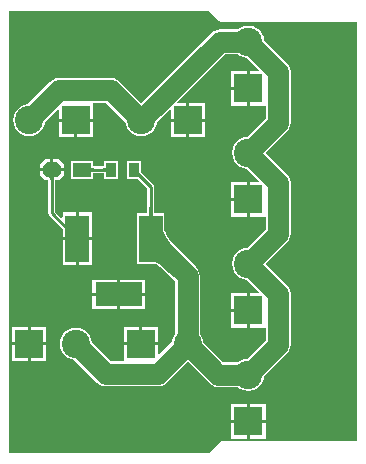
<source format=gtl>
G04*
G04 #@! TF.GenerationSoftware,Altium Limited,Altium Designer,18.1.9 (240)*
G04*
G04 Layer_Physical_Order=1*
G04 Layer_Color=255*
%FSLAX25Y25*%
%MOIN*%
G70*
G01*
G75*
%ADD10C,0.01000*%
%ADD13R,0.03500X0.05000*%
G04:AMPARAMS|DCode=14|XSize=60mil|YSize=50mil|CornerRadius=0mil|HoleSize=0mil|Usage=FLASHONLY|Rotation=180.000|XOffset=0mil|YOffset=0mil|HoleType=Round|Shape=Octagon|*
%AMOCTAGOND14*
4,1,8,-0.03000,0.01250,-0.03000,-0.01250,-0.01750,-0.02500,0.01750,-0.02500,0.03000,-0.01250,0.03000,0.01250,0.01750,0.02500,-0.01750,0.02500,-0.03000,0.01250,0.0*
%
%ADD14OCTAGOND14*%

%ADD15R,0.06000X0.05000*%
%ADD24C,0.07000*%
%ADD25R,0.09449X0.09449*%
%ADD26C,0.09449*%
%ADD27R,0.09449X0.09449*%
%ADD28R,0.07874X0.15748*%
%ADD29R,0.15748X0.07874*%
G36*
X462207Y330207D02*
X462207Y330207D01*
X462571Y329964D01*
X463000Y329878D01*
X463000Y329878D01*
X508378D01*
Y190122D01*
X463500D01*
X463071Y190036D01*
X462707Y189793D01*
X462707Y189793D01*
X459035Y186122D01*
X392122D01*
Y333379D01*
X459035D01*
X462207Y330207D01*
D02*
G37*
%LPC*%
G36*
X472000Y328587D02*
X470610Y328404D01*
X469315Y327868D01*
X468643Y327352D01*
X462500D01*
X462500Y327352D01*
X461430Y327211D01*
X460432Y326798D01*
X459576Y326141D01*
X459576Y326141D01*
X436283Y302848D01*
X429207Y309924D01*
X428351Y310581D01*
X427353Y310995D01*
X426283Y311135D01*
X426283Y311135D01*
X408910D01*
X408910Y311135D01*
X407839Y310995D01*
X406842Y310581D01*
X405985Y309924D01*
X405985Y309924D01*
X398359Y302298D01*
X397519Y302187D01*
X396224Y301651D01*
X395112Y300797D01*
X394259Y299685D01*
X393722Y298390D01*
X393539Y297000D01*
X393722Y295610D01*
X394259Y294315D01*
X395112Y293203D01*
X396224Y292349D01*
X397519Y291813D01*
X398909Y291630D01*
X400299Y291813D01*
X401595Y292349D01*
X402707Y293203D01*
X403560Y294315D01*
X404097Y295610D01*
X404207Y296450D01*
X408314Y300556D01*
X408776Y300364D01*
Y297500D01*
X414500D01*
X420224D01*
Y302724D01*
X420666Y302865D01*
X424570D01*
X430985Y296450D01*
X431096Y295610D01*
X431632Y294315D01*
X432486Y293203D01*
X433598Y292349D01*
X434893Y291813D01*
X436283Y291630D01*
X437673Y291813D01*
X438968Y292349D01*
X440081Y293203D01*
X440934Y294315D01*
X441471Y295610D01*
X441581Y296450D01*
X445687Y300556D01*
X446149Y300364D01*
Y297500D01*
X451374D01*
Y302724D01*
X448509D01*
X448318Y303186D01*
X464213Y319081D01*
X468643D01*
X469315Y318566D01*
X470610Y318029D01*
X471450Y317919D01*
X475556Y313813D01*
X475364Y313351D01*
X472500D01*
Y307626D01*
Y301902D01*
X477724D01*
X477865Y301460D01*
Y297930D01*
X471450Y291515D01*
X470610Y291404D01*
X469315Y290868D01*
X468203Y290014D01*
X467349Y288902D01*
X466813Y287607D01*
X466630Y286217D01*
X466813Y284827D01*
X467349Y283532D01*
X468203Y282419D01*
X469315Y281566D01*
X470610Y281029D01*
X471450Y280919D01*
X475556Y276813D01*
X475364Y276351D01*
X472500D01*
Y270626D01*
Y264902D01*
X477724D01*
X477865Y264460D01*
Y260930D01*
X471450Y254515D01*
X470610Y254404D01*
X469315Y253868D01*
X468203Y253014D01*
X467349Y251902D01*
X466813Y250607D01*
X466630Y249217D01*
X466813Y247827D01*
X467349Y246532D01*
X468203Y245419D01*
X469315Y244566D01*
X470610Y244029D01*
X471450Y243919D01*
X475556Y239813D01*
X475364Y239351D01*
X472500D01*
Y233626D01*
Y227902D01*
X477724D01*
X477865Y227460D01*
Y223930D01*
X471450Y217515D01*
X470610Y217404D01*
X469315Y216868D01*
X468643Y216352D01*
X463713D01*
X457015Y223050D01*
X456904Y223890D01*
X456368Y225185D01*
X455852Y225857D01*
Y245193D01*
X455711Y246263D01*
X455298Y247260D01*
X454641Y248117D01*
X454641Y248117D01*
X448798Y253960D01*
X448793Y253979D01*
X448764Y253995D01*
X448752Y254025D01*
X447553Y255274D01*
X446523Y256449D01*
X445654Y257557D01*
X444948Y258596D01*
X444402Y259563D01*
X444016Y260453D01*
X443947Y260695D01*
Y265974D01*
X440643D01*
X440578Y266832D01*
X440559Y267975D01*
X440531Y268039D01*
Y274831D01*
X440446Y275261D01*
X440203Y275624D01*
X440203Y275624D01*
X436681Y279146D01*
X436656Y279210D01*
X436532Y279340D01*
X436435Y279455D01*
X436351Y279564D01*
X436283Y279669D01*
X436228Y279767D01*
X436185Y279860D01*
X436154Y279947D01*
X436133Y280029D01*
X436121Y280106D01*
X436115Y280213D01*
X436091Y280264D01*
Y283600D01*
X431390D01*
Y277400D01*
X435181D01*
X435741Y276875D01*
X435804Y276851D01*
X438288Y274367D01*
Y268039D01*
X438260Y267975D01*
X438241Y266832D01*
X438175Y265974D01*
X434872D01*
Y249026D01*
X437453D01*
X437511Y249016D01*
X437526Y249026D01*
X441208D01*
X441297Y248974D01*
X442446Y248157D01*
X445220Y245773D01*
X446819Y244222D01*
X446852Y244209D01*
X447581Y243480D01*
Y225857D01*
X447066Y225185D01*
X446529Y223890D01*
X446419Y223050D01*
X442313Y218944D01*
X441851Y219135D01*
Y222000D01*
X436126D01*
Y222500D01*
D01*
Y222000D01*
X430402D01*
Y216776D01*
X429960Y216635D01*
X426213D01*
X419798Y223050D01*
X419687Y223890D01*
X419151Y225185D01*
X418297Y226297D01*
X417185Y227151D01*
X415890Y227687D01*
X414500Y227870D01*
X413110Y227687D01*
X411815Y227151D01*
X410703Y226297D01*
X409849Y225185D01*
X409313Y223890D01*
X409130Y222500D01*
X409313Y221110D01*
X409849Y219815D01*
X410703Y218703D01*
X411815Y217849D01*
X413110Y217313D01*
X413950Y217202D01*
X421576Y209576D01*
X421576Y209576D01*
X422432Y208919D01*
X423430Y208506D01*
X424500Y208365D01*
X424500Y208365D01*
X441717D01*
X441717Y208365D01*
X442787Y208506D01*
X443785Y208919D01*
X444641Y209576D01*
X451717Y216652D01*
X459076Y209293D01*
X459076Y209293D01*
X459932Y208635D01*
X460930Y208222D01*
X462000Y208081D01*
X462000Y208081D01*
X468643D01*
X469315Y207566D01*
X470610Y207029D01*
X472000Y206846D01*
X473390Y207029D01*
X474685Y207566D01*
X475797Y208419D01*
X476651Y209532D01*
X477187Y210827D01*
X477298Y211666D01*
X484924Y219293D01*
X484924Y219293D01*
X485581Y220149D01*
X485994Y221146D01*
X486135Y222217D01*
X486135Y222217D01*
Y239217D01*
X486135Y239217D01*
X485994Y240287D01*
X485581Y241284D01*
X484924Y242141D01*
X484924Y242141D01*
X477848Y249217D01*
X484924Y256293D01*
X484924Y256293D01*
X485581Y257149D01*
X485994Y258147D01*
X486135Y259217D01*
X486135Y259217D01*
Y276217D01*
X486135Y276217D01*
X485994Y277287D01*
X485581Y278285D01*
X484924Y279141D01*
X484924Y279141D01*
X477848Y286217D01*
X484924Y293293D01*
X484924Y293293D01*
X485581Y294149D01*
X485994Y295146D01*
X486135Y296217D01*
X486135Y296217D01*
Y313217D01*
X486135Y313217D01*
X485994Y314287D01*
X485581Y315284D01*
X484924Y316141D01*
X484924Y316141D01*
X477298Y323767D01*
X477187Y324607D01*
X476651Y325902D01*
X475797Y327014D01*
X474685Y327868D01*
X473390Y328404D01*
X472000Y328587D01*
D02*
G37*
G36*
X471500Y313351D02*
X466276D01*
Y308126D01*
X471500D01*
Y313351D01*
D02*
G37*
G36*
Y307126D02*
X466276D01*
Y301902D01*
X471500D01*
Y307126D01*
D02*
G37*
G36*
X457598Y302724D02*
X452374D01*
Y297500D01*
X457598D01*
Y302724D01*
D02*
G37*
G36*
Y296500D02*
X452374D01*
Y291276D01*
X457598D01*
Y296500D01*
D02*
G37*
G36*
X451374D02*
X446149D01*
Y291276D01*
X451374D01*
Y296500D01*
D02*
G37*
G36*
X420224Y296500D02*
X415000D01*
Y291276D01*
X420224D01*
Y296500D01*
D02*
G37*
G36*
X414000D02*
X408776D01*
Y291276D01*
X414000D01*
Y296500D01*
D02*
G37*
G36*
X428610Y283600D02*
X423910D01*
Y281685D01*
X423894Y281681D01*
X423800Y281665D01*
X423675Y281654D01*
X423505Y281649D01*
X423443Y281622D01*
X420567D01*
X420505Y281649D01*
X420332Y281654D01*
X420205Y281665D01*
X420108Y281681D01*
X420100Y281683D01*
Y283600D01*
X412900D01*
Y277400D01*
X420100D01*
Y279317D01*
X420108Y279320D01*
X420205Y279335D01*
X420332Y279347D01*
X420505Y279351D01*
X420567Y279379D01*
X423443D01*
X423505Y279351D01*
X423675Y279347D01*
X423800Y279336D01*
X423894Y279320D01*
X423910Y279316D01*
Y277400D01*
X428610D01*
Y283600D01*
D02*
G37*
G36*
X408750Y284000D02*
X407000D01*
Y281000D01*
X410500D01*
Y282250D01*
X408750Y284000D01*
D02*
G37*
G36*
X406000D02*
X404250D01*
X402500Y282250D01*
Y281000D01*
X406000D01*
Y284000D01*
D02*
G37*
G36*
X471500Y276351D02*
X466276D01*
Y271126D01*
X471500D01*
Y276351D01*
D02*
G37*
G36*
Y270126D02*
X466276D01*
Y264902D01*
X471500D01*
Y270126D01*
D02*
G37*
G36*
X419937Y266374D02*
X415500D01*
Y258000D01*
X419937D01*
Y266374D01*
D02*
G37*
G36*
X410500Y280000D02*
X406500D01*
X402500D01*
Y278750D01*
X404250Y277000D01*
X405351D01*
X405351Y276995D01*
X405378Y276933D01*
Y266000D01*
X405378Y266000D01*
X405464Y265571D01*
X405707Y265207D01*
X409873Y261041D01*
X409897Y260977D01*
X410022Y260846D01*
X410063Y260798D01*
Y258000D01*
X414500D01*
Y266374D01*
X410063D01*
Y264676D01*
X409601Y264485D01*
X407621Y266465D01*
Y276933D01*
X407649Y276995D01*
X407649Y277000D01*
X408750D01*
X410500Y278750D01*
Y280000D01*
D02*
G37*
G36*
X419937Y257000D02*
X415500D01*
Y248626D01*
X419937D01*
Y257000D01*
D02*
G37*
G36*
X414500D02*
X410063D01*
Y248626D01*
X414500D01*
Y257000D01*
D02*
G37*
G36*
X437653Y243933D02*
X429280D01*
Y239496D01*
X437653D01*
Y243933D01*
D02*
G37*
G36*
X428279D02*
X419906D01*
Y239496D01*
X428279D01*
Y243933D01*
D02*
G37*
G36*
X471500Y239351D02*
X466276D01*
Y234126D01*
X471500D01*
Y239351D01*
D02*
G37*
G36*
X437653Y238496D02*
X429280D01*
Y234059D01*
X437653D01*
Y238496D01*
D02*
G37*
G36*
X428279D02*
X419906D01*
Y234059D01*
X428279D01*
Y238496D01*
D02*
G37*
G36*
X471500Y233126D02*
X466276D01*
Y227902D01*
X471500D01*
Y233126D01*
D02*
G37*
G36*
X441851Y228224D02*
X436626D01*
Y223000D01*
X441851D01*
Y228224D01*
D02*
G37*
G36*
X435626D02*
X430402D01*
Y223000D01*
X435626D01*
Y228224D01*
D02*
G37*
G36*
X404634D02*
X399409D01*
Y223000D01*
X404634D01*
Y228224D01*
D02*
G37*
G36*
X398409D02*
X393185D01*
Y223000D01*
X398409D01*
Y228224D01*
D02*
G37*
G36*
X404634Y222000D02*
X399409D01*
Y216776D01*
X404634D01*
Y222000D01*
D02*
G37*
G36*
X398409D02*
X393185D01*
Y216776D01*
X398409D01*
Y222000D01*
D02*
G37*
G36*
X477724Y202351D02*
X472500D01*
Y197126D01*
X477724D01*
Y202351D01*
D02*
G37*
G36*
X471500D02*
X466276D01*
Y197126D01*
X471500D01*
Y202351D01*
D02*
G37*
G36*
X477724Y196126D02*
X472500D01*
Y190902D01*
X477724D01*
Y196126D01*
D02*
G37*
G36*
X471500D02*
X466276D01*
Y190902D01*
X471500D01*
Y196126D01*
D02*
G37*
%LPD*%
G36*
X435474Y280037D02*
X435497Y279896D01*
X435533Y279756D01*
X435583Y279615D01*
X435648Y279473D01*
X435727Y279332D01*
X435820Y279190D01*
X435928Y279048D01*
X436050Y278905D01*
X436186Y278762D01*
Y277348D01*
X435478Y278012D01*
X435466Y280176D01*
X435474Y280037D01*
D02*
G37*
G36*
X439929Y266802D02*
X440017Y265646D01*
X440034Y265603D01*
X440090Y265512D01*
X440154Y265441D01*
X440229Y265390D01*
X440314Y265360D01*
X440410Y265350D01*
X440039D01*
X440087Y264720D01*
X440226Y263800D01*
X440404Y262961D01*
X440621Y262202D01*
X440878Y261524D01*
X441174Y260926D01*
X441510Y260409D01*
X441839Y260028D01*
X443323Y263474D01*
X443105Y262754D01*
X443046Y261974D01*
X443145Y261134D01*
X443403Y260234D01*
X443820Y259274D01*
X444395Y258254D01*
X445130Y257174D01*
X446023Y256034D01*
X447074Y254835D01*
X448284Y253575D01*
X447271Y244688D01*
X445658Y246252D01*
X442847Y248669D01*
X441649Y249521D01*
X440590Y250135D01*
X439669Y250513D01*
X438887Y250653D01*
X438243Y250556D01*
X437738Y250222D01*
X437372Y249650D01*
X441815Y259973D01*
X436933D01*
X437309Y260409D01*
X437644Y260926D01*
X437941Y261524D01*
X438198Y262202D01*
X438415Y262961D01*
X438593Y263800D01*
X438732Y264720D01*
X438779Y265350D01*
X438410D01*
X438504Y265360D01*
X438589Y265390D01*
X438664Y265441D01*
X438729Y265512D01*
X438785Y265603D01*
X438802Y265646D01*
X438890Y266802D01*
X438909Y267964D01*
X439910D01*
X439929Y266802D01*
D02*
G37*
G36*
X424522Y279500D02*
X424512Y279595D01*
X424482Y279680D01*
X424432Y279755D01*
X424362Y279820D01*
X424272Y279875D01*
X424162Y279920D01*
X424032Y279955D01*
X423882Y279980D01*
X423712Y279995D01*
X423522Y280000D01*
Y281000D01*
X423712Y281005D01*
X423882Y281020D01*
X424032Y281045D01*
X424162Y281080D01*
X424272Y281125D01*
X424362Y281180D01*
X424432Y281245D01*
X424482Y281320D01*
X424512Y281405D01*
X424522Y281500D01*
Y279500D01*
D02*
G37*
G36*
X419486Y281405D02*
X419517Y281320D01*
X419567Y281245D01*
X419638Y281180D01*
X419729Y281125D01*
X419840Y281080D01*
X419972Y281045D01*
X420124Y281020D01*
X420296Y281005D01*
X420488Y281000D01*
Y280000D01*
X420296Y279995D01*
X420124Y279980D01*
X419972Y279955D01*
X419840Y279920D01*
X419729Y279875D01*
X419638Y279820D01*
X419567Y279755D01*
X419517Y279680D01*
X419486Y279595D01*
X419476Y279500D01*
Y281500D01*
X419486Y281405D01*
D02*
G37*
G36*
X407405Y278014D02*
X407320Y277983D01*
X407245Y277933D01*
X407180Y277862D01*
X407125Y277771D01*
X407080Y277660D01*
X407045Y277528D01*
X407020Y277376D01*
X407005Y277204D01*
X407000Y277012D01*
X406000D01*
X405995Y277204D01*
X405980Y277376D01*
X405955Y277528D01*
X405920Y277660D01*
X405875Y277771D01*
X405820Y277862D01*
X405755Y277933D01*
X405680Y277983D01*
X405595Y278014D01*
X405500Y278024D01*
X407500D01*
X407405Y278014D01*
D02*
G37*
G36*
X411087Y260011D02*
X411080Y260150D01*
X411058Y260290D01*
X411022Y260430D01*
X410972Y260571D01*
X410907Y260712D01*
X410828Y260854D01*
X410735Y260996D01*
X410627Y261138D01*
X410504Y261281D01*
X410368Y261425D01*
Y262839D01*
X410504Y262710D01*
X410627Y262609D01*
X410735Y262537D01*
X410828Y262494D01*
X410907Y262480D01*
X410972Y262494D01*
X411022Y262537D01*
X411058Y262609D01*
X411080Y262710D01*
X411087Y262839D01*
Y260011D01*
D02*
G37*
D10*
X406500Y266000D02*
X415000Y257500D01*
X406500Y266000D02*
Y280500D01*
X416500D02*
X416500Y280500D01*
X426260D01*
X433741D02*
X439409Y274831D01*
Y257500D02*
Y274831D01*
D13*
X426260Y280500D02*
D03*
X433741D02*
D03*
D14*
X406500Y280500D02*
D03*
D15*
X416500D02*
D03*
D24*
X451717Y222500D02*
Y245193D01*
X439409Y257500D02*
X451717Y245193D01*
X472000Y286217D02*
X482000Y276217D01*
Y259217D02*
Y276217D01*
X472000Y249217D02*
X482000Y259217D01*
X426283Y307000D02*
X436283Y297000D01*
X408910Y307000D02*
X426283D01*
X398909Y297000D02*
X408910Y307000D01*
X472000Y323217D02*
X482000Y313217D01*
Y296217D02*
Y313217D01*
X472000Y286217D02*
X482000Y296217D01*
X472000Y249217D02*
X482000Y239217D01*
Y222217D02*
Y239217D01*
X472000Y212217D02*
X482000Y222217D01*
X436283Y297000D02*
X462500Y323217D01*
X472000D01*
X462000Y212217D02*
X472000D01*
X451717Y222500D02*
X462000Y212217D01*
X441717Y212500D02*
X451717Y222500D01*
X424500Y212500D02*
X441717D01*
X414500Y222500D02*
X424500Y212500D01*
D25*
X414500Y297000D02*
D03*
X451874D02*
D03*
X436126Y222500D02*
D03*
X398909D02*
D03*
D26*
Y297000D02*
D03*
X436283D02*
D03*
X472000Y323217D02*
D03*
Y286217D02*
D03*
Y249217D02*
D03*
Y212217D02*
D03*
X451717Y222500D02*
D03*
X414500D02*
D03*
D27*
X472000Y307626D02*
D03*
Y270626D02*
D03*
Y233626D02*
D03*
Y196626D02*
D03*
D28*
X439409Y257500D02*
D03*
X415000D02*
D03*
D29*
X428780Y238996D02*
D03*
M02*

</source>
